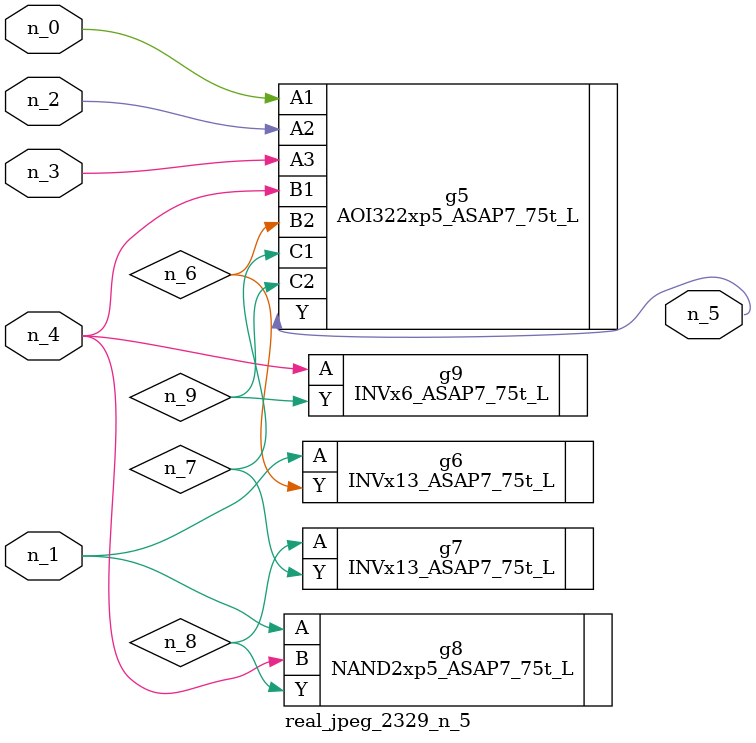
<source format=v>
module real_jpeg_2329_n_5 (n_4, n_0, n_1, n_2, n_3, n_5);

input n_4;
input n_0;
input n_1;
input n_2;
input n_3;

output n_5;

wire n_8;
wire n_6;
wire n_7;
wire n_9;

AOI322xp5_ASAP7_75t_L g5 ( 
.A1(n_0),
.A2(n_2),
.A3(n_3),
.B1(n_4),
.B2(n_6),
.C1(n_7),
.C2(n_9),
.Y(n_5)
);

INVx13_ASAP7_75t_L g6 ( 
.A(n_1),
.Y(n_6)
);

NAND2xp5_ASAP7_75t_L g8 ( 
.A(n_1),
.B(n_4),
.Y(n_8)
);

INVx6_ASAP7_75t_L g9 ( 
.A(n_4),
.Y(n_9)
);

INVx13_ASAP7_75t_L g7 ( 
.A(n_8),
.Y(n_7)
);


endmodule
</source>
